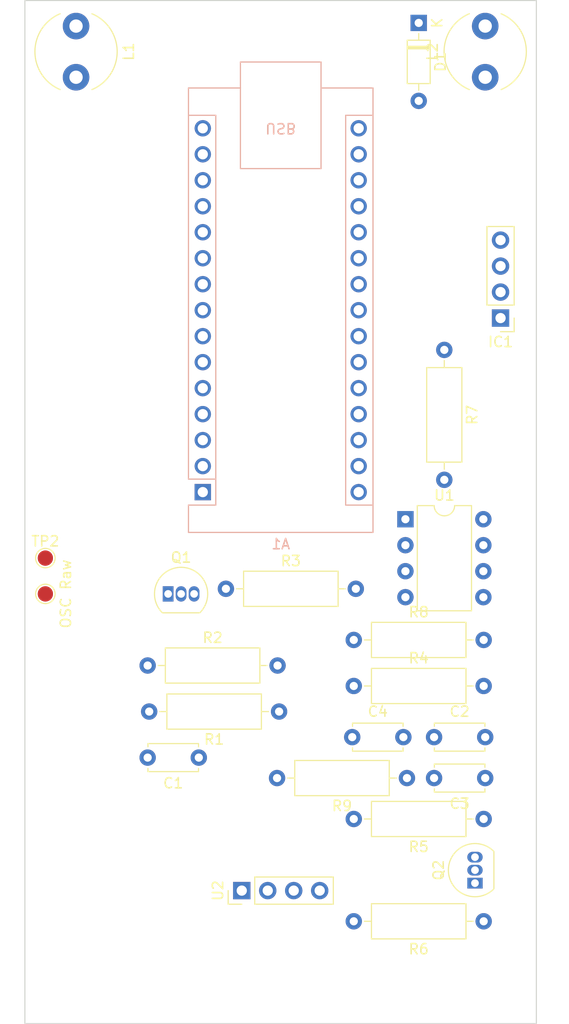
<source format=kicad_pcb>
(kicad_pcb (version 20211014) (generator pcbnew)
  (layers (0 "F.Cu" signal) (31 "B.Cu" signal) (34 "B.Paste" user) (35 "F.Paste" user) (36 "B.SilkS" user "B.Silkscreen") (37 "F.SilkS" user "F.Silkscreen") (38 "B.Mask" user) (39 "F.Mask" user) (44 "Edge.Cuts" user))
  (net 0 "")
  (net 2 "Net-(C1-Pad2)")
  (net 3 "GND")
  (net 7 "digital_clock")
  (net 9 "Net-(Q1-Pad2)")
  (net 25 "SDA")
  (net 26 "SCL")
  (net 31 "+5V")
  (net 32 "Net-(C1-Pad1)")
  (net 33 "Net-(C2-Pad2)")
  (net 34 "Net-(C3-Pad2)")
  (net 35 "Fork_Out")
  (net 36 "Net-(D1-Pad1)")
  (net 37 "Net-(D1-Pad2)")
  (net 38 "Net-(Q2-Pad2)")
  (net 41 "Net-(U1-Pad6)")
  (footprint "Resistor_THT:R_Axial_DIN0309_L9.0mm_D3.2mm_P12.70mm_Horizontal" (layer "F.Cu") (at 172.35 121 180)
    (fp_text reference "R9" (at 6.35 -2.72) (layer "F.SilkS"))
    (fp_text value "100k")
    (fp_line (start 1.04 0) (end 1.73 0) (layer "F.SilkS") (width 0.12))
    (fp_line (start 1.73 1.72) (end 10.97 1.72) (layer "F.SilkS") (width 0.12))
    (fp_line (start 10.97 1.72) (end 10.97 -1.72) (layer "F.SilkS") (width 0.12))
    (fp_line (start 11.66 0) (end 10.97 0) (layer "F.SilkS") (width 0.12))
    (fp_line (start 1.73 -1.72) (end 1.73 1.72) (layer "F.SilkS") (width 0.12))
    (fp_line (start 10.97 -1.72) (end 1.73 -1.72) (layer "F.SilkS") (width 0.12))
    (pad "1" thru_hole circle (at 0 0 180) (size 1.6 1.6) (drill 0.8) (layers *.Cu *.Mask) (net 41 "Net-(U1-Pad6)"))
    (pad "2" thru_hole oval (at 12.7 0 180) (size 1.6 1.6) (drill 0.8) (layers *.Cu *.Mask) (net 3 "GND"))
  )
  (footprint "Capacitor_THT:C_Disc_D4.7mm_W2.5mm_P5.00mm" (layer "F.Cu") (at 167 117)
    (fp_text reference "C4" (at 2.5 -2.5) (layer "F.SilkS"))
    (fp_text value "100n")
    (fp_line (start 4.97 -1.37) (end 4.97 -1.055) (layer "F.SilkS") (width 0.12))
    (fp_line (start 0.03 -1.37) (end 0.03 -1.055) (layer "F.SilkS") (width 0.12))
    (fp_line (start 0.03 -1.37) (end 4.97 -1.37) (layer "F.SilkS") (width 0.12))
    (fp_line (start 0.03 1.37) (end 4.97 1.37) (layer "F.SilkS") (width 0.12))
    (fp_line (start 0.03 1.055) (end 0.03 1.37) (layer "F.SilkS") (width 0.12))
    (fp_line (start 4.97 1.055) (end 4.97 1.37) (layer "F.SilkS") (width 0.12))
    (pad "1" thru_hole circle (at 0 0) (size 1.6 1.6) (drill 0.8) (layers *.Cu *.Mask) (net 35 "Fork_Out"))
    (pad "2" thru_hole circle (at 5 0) (size 1.6 1.6) (drill 0.8) (layers *.Cu *.Mask) (net 41 "Net-(U1-Pad6)"))
  )
  (footprint "Package_TO_SOT_THT:TO-92_Inline" (layer "F.Cu") (at 179 131.27 90)
    (fp_text reference "Q2" (at 1.27 -3.56 90) (layer "F.SilkS"))
    (fp_text value "BC547")
    (fp_line (start -0.53 1.85) (end 3.07 1.85) (layer "F.SilkS") (width 0.12))
    (fp_arc (start -0.568478 1.838478) (mid -1.132087 -0.994977) (end 1.27 -2.6) (layer "F.SilkS") (width 0.12))
    (fp_arc (start 1.27 -2.6) (mid 3.672087 -0.994977) (end 3.108478 1.838478) (layer "F.SilkS") (width 0.12))
    (pad "1" thru_hole rect (at 0 0 90) (size 1.05 1.5) (drill 0.75) (layers *.Cu *.Mask) (net 37 "Net-(D1-Pad2)"))
    (pad "2" thru_hole oval (at 1.27 0 90) (size 1.05 1.5) (drill 0.75) (layers *.Cu *.Mask) (net 38 "Net-(Q2-Pad2)"))
    (pad "3" thru_hole oval (at 2.54 0 90) (size 1.05 1.5) (drill 0.75) (layers *.Cu *.Mask) (net 3 "GND"))
  )
  (footprint "Resistor_THT:R_Axial_DIN0309_L9.0mm_D3.2mm_P12.70mm_Horizontal" (layer "F.Cu") (at 159.85 114.5 180)
    (fp_text reference "R1" (at 6.35 -2.72) (layer "F.SilkS"))
    (fp_text value "1k")
    (fp_line (start 10.97 1.72) (end 10.97 -1.72) (layer "F.SilkS") (width 0.12))
    (fp_line (start 1.73 -1.72) (end 1.73 1.72) (layer "F.SilkS") (width 0.12))
    (fp_line (start 11.66 0) (end 10.97 0) (layer "F.SilkS") (width 0.12))
    (fp_line (start 1.04 0) (end 1.73 0) (layer "F.SilkS") (width 0.12))
    (fp_line (start 1.73 1.72) (end 10.97 1.72) (layer "F.SilkS") (width 0.12))
    (fp_line (start 10.97 -1.72) (end 1.73 -1.72) (layer "F.SilkS") (width 0.12))
    (pad "1" thru_hole circle (at 0 0 180) (size 1.6 1.6) (drill 0.8) (layers *.Cu *.Mask) (net 32 "Net-(C1-Pad1)"))
    (pad "2" thru_hole oval (at 12.7 0 180) (size 1.6 1.6) (drill 0.8) (layers *.Cu *.Mask) (net 9 "Net-(Q1-Pad2)"))
  )
  (footprint "TestPoint:TestPoint_Pad_D1.5mm" (layer "F.Cu") (at 137 99.5)
    (fp_text reference "TP2" (at 0 -1.648) (layer "F.SilkS"))
    (fp_text value "OSC_Digital")
    (fp_circle (center 0 0) (end 0 0.95) (layer "F.SilkS") (width 0.12) (fill none))
    (pad "1" smd circle (at 0 0) (size 1.5 1.5) (layers "F.Cu" "F.Mask") (net 7 "digital_clock"))
  )
  (footprint "Package_DIP:DIP-8_W7.62mm" (layer "F.Cu") (at 172.2 95.7)
    (fp_text reference "U1" (at 3.81 -2.33) (layer "F.SilkS"))
    (fp_text value "NE555P")
    (fp_line (start 6.46 -1.33) (end 4.81 -1.33) (layer "F.SilkS") (width 0.12))
    (fp_line (start 1.16 8.95) (end 6.46 8.95) (layer "F.SilkS") (width 0.12))
    (fp_line (start 6.46 8.95) (end 6.46 -1.33) (layer "F.SilkS") (width 0.12))
    (fp_line (start 1.16 -1.33) (end 1.16 8.95) (layer "F.SilkS") (width 0.12))
    (fp_line (start 2.81 -1.33) (end 1.16 -1.33) (layer "F.SilkS") (width 0.12))
    (fp_arc (start 4.81 -1.33) (mid 3.81 -0.33) (end 2.81 -1.33) (layer "F.SilkS") (width 0.12))
    (pad "1" thru_hole rect (at 0 0) (size 1.6 1.6) (drill 0.8) (layers *.Cu *.Mask) (net 3 "GND"))
    (pad "2" thru_hole oval (at 0 2.54) (size 1.6 1.6) (drill 0.8) (layers *.Cu *.Mask) (net 41 "Net-(U1-Pad6)"))
    (pad "3" thru_hole oval (at 0 5.08) (size 1.6 1.6) (drill 0.8) (layers *.Cu *.Mask) (net 7 "digital_clock"))
    (pad "4" thru_hole oval (at 0 7.62) (size 1.6 1.6) (drill 0.8) (layers *.Cu *.Mask) (net 31 "+5V"))
    (pad "5" thru_hole oval (at 7.62 7.62) (size 1.6 1.6) (drill 0.8) (layers *.Cu *.Mask))
    (pad "6" thru_hole oval (at 7.62 5.08) (size 1.6 1.6) (drill 0.8) (layers *.Cu *.Mask) (net 41 "Net-(U1-Pad6)"))
    (pad "7" thru_hole oval (at 7.62 2.54) (size 1.6 1.6) (drill 0.8) (layers *.Cu *.Mask))
    (pad "8" thru_hole oval (at 7.62 0) (size 1.6 1.6) (drill 0.8) (layers *.Cu *.Mask) (net 31 "+5V"))
  )
  (footprint "Capacitor_THT:C_Disc_D4.7mm_W2.5mm_P5.00mm" (layer "F.Cu") (at 180 121 180)
    (fp_text reference "C3" (at 2.5 -2.5) (layer "F.SilkS"))
    (fp_text value "47n")
    (fp_line (start 0.03 1.055) (end 0.03 1.37) (layer "F.SilkS") (width 0.12))
    (fp_line (start 4.97 -1.37) (end 4.97 -1.055) (layer "F.SilkS") (width 0.12))
    (fp_line (start 0.03 -1.37) (end 4.97 -1.37) (layer "F.SilkS") (width 0.12))
    (fp_line (start 0.03 -1.37) (end 0.03 -1.055) (layer "F.SilkS") (width 0.12))
    (fp_line (start 4.97 1.055) (end 4.97 1.37) (layer "F.SilkS") (width 0.12))
    (fp_line (start 0.03 1.37) (end 4.97 1.37) (layer "F.SilkS") (width 0.12))
    (pad "1" thru_hole circle (at 0 0 180) (size 1.6 1.6) (drill 0.8) (layers *.Cu *.Mask) (net 33 "Net-(C2-Pad2)"))
    (pad "2" thru_hole circle (at 5 0 180) (size 1.6 1.6) (drill 0.8) (layers *.Cu *.Mask) (net 34 "Net-(C3-Pad2)"))
  )
  (footprint "Resistor_THT:R_Axial_DIN0309_L9.0mm_D3.2mm_P12.70mm_Horizontal" (layer "F.Cu") (at 167.15 107.5)
    (fp_text reference "R8" (at 6.35 -2.72) (layer "F.SilkS"))
    (fp_text value "100k")
    (fp_line (start 1.73 -1.72) (end 1.73 1.72) (layer "F.SilkS") (width 0.12))
    (fp_line (start 1.04 0) (end 1.73 0) (layer "F.SilkS") (width 0.12))
    (fp_line (start 10.97 -1.72) (end 1.73 -1.72) (layer "F.SilkS") (width 0.12))
    (fp_line (start 1.73 1.72) (end 10.97 1.72) (layer "F.SilkS") (width 0.12))
    (fp_line (start 10.97 1.72) (end 10.97 -1.72) (layer "F.SilkS") (width 0.12))
    (fp_line (start 11.66 0) (end 10.97 0) (layer "F.SilkS") (width 0.12))
    (pad "1" thru_hole circle (at 0 0) (size 1.6 1.6) (drill 0.8) (layers *.Cu *.Mask) (net 31 "+5V"))
    (pad "2" thru_hole oval (at 12.7 0) (size 1.6 1.6) (drill 0.8) (layers *.Cu *.Mask) (net 41 "Net-(U1-Pad6)"))
  )
  (footprint "Resistor_THT:R_Axial_DIN0309_L9.0mm_D3.2mm_P12.70mm_Horizontal" (layer "F.Cu") (at 154.65 102.5)
    (fp_text reference "R3" (at 6.35 -2.72) (layer "F.SilkS"))
    (fp_text value "4.7k")
    (fp_line (start 10.97 1.72) (end 10.97 -1.72) (layer "F.SilkS") (width 0.12))
    (fp_line (start 11.66 0) (end 10.97 0) (layer "F.SilkS") (width 0.12))
    (fp_line (start 1.04 0) (end 1.73 0) (layer "F.SilkS") (width 0.12))
    (fp_line (start 1.73 1.72) (end 10.97 1.72) (layer "F.SilkS") (width 0.12))
    (fp_line (start 10.97 -1.72) (end 1.73 -1.72) (layer "F.SilkS") (width 0.12))
    (fp_line (start 1.73 -1.72) (end 1.73 1.72) (layer "F.SilkS") (width 0.12))
    (pad "1" thru_hole circle (at 0 0) (size 1.6 1.6) (drill 0.8) (layers *.Cu *.Mask) (net 35 "Fork_Out"))
    (pad "2" thru_hole oval (at 12.7 0) (size 1.6 1.6) (drill 0.8) (layers *.Cu *.Mask) (net 31 "+5V"))
  )
  (footprint "TestPoint:TestPoint_Pad_D1.5mm" (layer "F.Cu") (at 137 103)
    (fp_text reference "TP1" hide)
    (fp_text value "OSC Raw" (at 2 0 90) (layer "F.SilkS"))
    (fp_circle (center 0 0) (end 0 0.95) (layer "F.SilkS") (width 0.12) (fill none))
    (pad "1" smd circle (at 0 0) (size 1.5 1.5) (layers "F.Cu" "F.Mask") (net 35 "Fork_Out"))
  )
  (footprint "Resistor_THT:R_Axial_DIN0309_L9.0mm_D3.2mm_P12.70mm_Horizontal" (layer "F.Cu") (at 179.85 125 180)
    (fp_text reference "R5" (at 6.35 -2.72) (layer "F.SilkS"))
    (fp_text value "10k")
    (fp_line (start 1.04 0) (end 1.73 0) (layer "F.SilkS") (width 0.12))
    (fp_line (start 10.97 1.72) (end 10.97 -1.72) (layer "F.SilkS") (width 0.12))
    (fp_line (start 1.73 1.72) (end 10.97 1.72) (layer "F.SilkS") (width 0.12))
    (fp_line (start 10.97 -1.72) (end 1.73 -1.72) (layer "F.SilkS") (width 0.12))
    (fp_line (start 11.66 0) (end 10.97 0) (layer "F.SilkS") (width 0.12))
    (fp_line (start 1.73 -1.72) (end 1.73 1.72) (layer "F.SilkS") (width 0.12))
    (pad "1" thru_hole circle (at 0 0 180) (size 1.6 1.6) (drill 0.8) (layers *.Cu *.Mask) (net 34 "Net-(C3-Pad2)"))
    (pad "2" thru_hole oval (at 12.7 0 180) (size 1.6 1.6) (drill 0.8) (layers *.Cu *.Mask) (net 38 "Net-(Q2-Pad2)"))
  )
  (footprint "Resistor_THT:R_Axial_DIN0309_L9.0mm_D3.2mm_P12.70mm_Horizontal" (layer "F.Cu") (at 147 110)
    (fp_text reference "R2" (at 6.35 -2.72) (layer "F.SilkS"))
    (fp_text value "1M")
    (fp_line (start 10.97 1.72) (end 10.97 -1.72) (layer "F.SilkS") (width 0.12))
    (fp_line (start 1.73 -1.72) (end 1.73 1.72) (layer "F.SilkS") (width 0.12))
    (fp_line (start 11.66 0) (end 10.97 0) (layer "F.SilkS") (width 0.12))
    (fp_line (start 1.73 1.72) (end 10.97 1.72) (layer "F.SilkS") (width 0.12))
    (fp_line (start 1.04 0) (end 1.73 0) (layer "F.SilkS") (width 0.12))
    (fp_line (start 10.97 -1.72) (end 1.73 -1.72) (layer "F.SilkS") (width 0.12))
    (pad "1" thru_hole circle (at 0 0) (size 1.6 1.6) (drill 0.8) (layers *.Cu *.Mask) (net 9 "Net-(Q1-Pad2)"))
    (pad "2" thru_hole oval (at 12.7 0) (size 1.6 1.6) (drill 0.8) (layers *.Cu *.Mask) (net 35 "Fork_Out"))
  )
  (footprint "Capacitor_THT:C_Disc_D4.7mm_W2.5mm_P5.00mm" (layer "F.Cu") (at 152 119 180)
    (fp_text reference "C1" (at 2.5 -2.5) (layer "F.SilkS"))
    (fp_text value "100n")
    (fp_line (start 0.03 1.055) (end 0.03 1.37) (layer "F.SilkS") (width 0.12))
    (fp_line (start 0.03 1.37) (end 4.97 1.37) (layer "F.SilkS") (width 0.12))
    (fp_line (start 4.97 1.055) (end 4.97 1.37) (layer "F.SilkS") (width 0.12))
    (fp_line (start 4.97 -1.37) (end 4.97 -1.055) (layer "F.SilkS") (width 0.12))
    (fp_line (start 0.03 -1.37) (end 0.03 -1.055) (layer "F.SilkS") (width 0.12))
    (fp_line (start 0.03 -1.37) (end 4.97 -1.37) (layer "F.SilkS") (width 0.12))
    (pad "1" thru_hole circle (at 0 0 180) (size 1.6 1.6) (drill 0.8) (layers *.Cu *.Mask) (net 32 "Net-(C1-Pad1)"))
    (pad "2" thru_hole circle (at 5 0 180) (size 1.6 1.6) (drill 0.8) (layers *.Cu *.Mask) (net 2 "Net-(C1-Pad2)"))
  )
  (footprint "Resistor_THT:R_Axial_DIN0309_L9.0mm_D3.2mm_P12.70mm_Horizontal" (layer "F.Cu") (at 176 79.15 -90)
    (fp_text reference "R7" (at 6.35 -2.72 90) (layer "F.SilkS"))
    (fp_text value "1k")
    (fp_line (start 10.97 -1.72) (end 1.73 -1.72) (layer "F.SilkS") (width 0.12))
    (fp_line (start 1.73 -1.72) (end 1.73 1.72) (layer "F.SilkS") (width 0.12))
    (fp_line (start 11.66 0) (end 10.97 0) (layer "F.SilkS") (width 0.12))
    (fp_line (start 1.73 1.72) (end 10.97 1.72) (layer "F.SilkS") (width 0.12))
    (fp_line (start 10.97 1.72) (end 10.97 -1.72) (layer "F.SilkS") (width 0.12))
    (fp_line (start 1.04 0) (end 1.73 0) (layer "F.SilkS") (width 0.12))
    (pad "1" thru_hole circle (at 0 0 270) (size 1.6 1.6) (drill 0.8) (layers *.Cu *.Mask) (net 36 "Net-(D1-Pad1)"))
    (pad "2" thru_hole oval (at 12.7 0 270) (size 1.6 1.6) (drill 0.8) (layers *.Cu *.Mask) (net 31 "+5V"))
  )
  (footprint "Resistor_THT:R_Axial_DIN0309_L9.0mm_D3.2mm_P12.70mm_Horizontal" (layer "F.Cu") (at 167.15 112)
    (fp_text reference "R4" (at 6.35 -2.72) (layer "F.SilkS"))
    (fp_text value "10k")
    (fp_line (start 11.66 0) (end 10.97 0) (layer "F.SilkS") (width 0.12))
    (fp_line (start 10.97 1.72) (end 10.97 -1.72) (layer "F.SilkS") (width 0.12))
    (fp_line (start 1.73 -1.72) (end 1.73 1.72) (layer "F.SilkS") (width 0.12))
    (fp_line (start 1.04 0) (end 1.73 0) (layer "F.SilkS") (width 0.12))
    (fp_line (start 10.97 -1.72) (end 1.73 -1.72) (layer "F.SilkS") (width 0.12))
    (fp_line (start 1.73 1.72) (end 10.97 1.72) (layer "F.SilkS") (width 0.12))
    (pad "1" thru_hole circle (at 0 0) (size 1.6 1.6) (drill 0.8) (layers *.Cu *.Mask) (net 35 "Fork_Out"))
    (pad "2" thru_hole oval (at 12.7 0) (size 1.6 1.6) (drill 0.8) (layers *.Cu *.Mask) (net 33 "Net-(C2-Pad2)"))
  )
  (footprint "Inductor_THT:L_Radial_D7.8mm_P5.00mm_Fastron_07HCP" (layer "F.Cu") (at 140 47.5 -90)
    (fp_text reference "L1" (at 2.5 -5.15 90) (layer "F.SilkS"))
    (fp_text value "22mH")
    (fp_arc (start 6.20497 1.56) (mid 2.5 4.02) (end -1.20497 1.56) (layer "F.SilkS") (width 0.12))
    (fp_arc (start -1.20497 -1.56) (mid 2.5 -4.02) (end 6.20497 -1.56) (layer "F.SilkS") (width 0.12))
    (pad "1" thru_hole circle locked (at 0 0 270) (size 2.6 2.6) (drill 1.3) (layers *.Cu *.Mask) (net 2 "Net-(C1-Pad2)"))
    (pad "2" thru_hole circle locked (at 5 0 270) (size 2.6 2.6) (drill 1.3) (layers *.Cu *.Mask) (net 3 "GND"))
  )
  (footprint "Connector_PinHeader_2.54mm:PinHeader_1x04_P2.54mm_Vertical" (layer "F.Cu") (at 156.2 132 90)
    (fp_text reference "U2" (at 0 -2.33 90) (layer "F.SilkS"))
    (fp_text value "DS3231_breakout")
    (fp_line (start -1.33 1.27) (end -1.33 8.95) (layer "F.SilkS") (width 0.12))
    (fp_line (start -1.33 0) (end -1.33 -1.33) (layer "F.SilkS") (width 0.12))
    (fp_line (start -1.33 8.95) (end 1.33 8.95) (layer "F.SilkS") (width 0.12))
    (fp_line (start -1.33 -1.33) (end 0 -1.33) (layer "F.SilkS") (width 0.12))
    (fp_line (start -1.33 1.27) (end 1.33 1.27) (layer "F.SilkS") (width 0.12))
    (fp_line (start 1.33 1.27) (end 1.33 8.95) (layer "F.SilkS") (width 0.12))
    (pad "1" thru_hole rect locked (at 0 0 90) (size 1.7 1.7) (drill 1) (layers *.Cu *.Mask) (net 3 "GND"))
    (pad "2" thru_hole oval locked (at 0 2.54 90) (size 1.7 1.7) (drill 1) (layers *.Cu *.Mask) (net 31 "+5V"))
    (pad "3" thru_hole oval locked (at 0 5.08 90) (size 1.7 1.7) (drill 1) (layers *.Cu *.Mask) (net 25 "SDA"))
    (pad "4" thru_hole oval locked (at 0 7.62 90) (size 1.7 1.7) (drill 1) (layers *.Cu *.Mask) (net 26 "SCL"))
  )
  (footprint "Diode_THT:D_DO-35_SOD27_P7.62mm_Horizontal" (layer "F.Cu") (at 173.5 47.19 -90)
    (fp_text reference "D1" (at 3.81 -2.12 90) (layer "F.SilkS"))
    (fp_text value "1N4148")
    (fp_text user "K" (at 0 -1.8 90) (layer "F.SilkS"))
    (fp_line (start 6.58 0) (end 5.93 0) (layer "F.SilkS") (width 0.12))
    (fp_line (start 2.53 -1.12) (end 2.53 1.12) (layer "F.SilkS") (width 0.12))
    (fp_line (start 5.93 -1.12) (end 1.69 -1.12) (layer "F.SilkS") (width 0.12))
    (fp_line (start 1.04 0) (end 1.69 0) (layer "F.SilkS") (width 0.12))
    (fp_line (start 1.69 -1.12) (end 1.69 1.12) (layer "F.SilkS") (width 0.12))
    (fp_line (start 5.93 1.12) (end 5.93 -1.12) (layer "F.SilkS") (width 0.12))
    (fp_line (start 2.41 -1.12) (end 2.41 1.12) (layer "F.SilkS") (width 0.12))
    (fp_line (start 2.29 -1.12) (end 2.29 1.12) (layer "F.SilkS") (width 0.12))
    (fp_line (start 1.69 1.12) (end 5.93 1.12) (layer "F.SilkS") (width 0.12))
    (pad "1" thru_hole rect (at 0 0 270) (size 1.6 1.6) (drill 0.8) (layers *.Cu *.Mask) (net 36 "Net-(D1-Pad1)"))
    (pad "2" thru_hole oval (at 7.62 0 270) (size 1.6 1.6) (drill 0.8) (layers *.Cu *.Mask) (net 37 "Net-(D1-Pad2)"))
  )
  (footprint "Capacitor_THT:C_Disc_D4.7mm_W2.5mm_P5.00mm" (layer "F.Cu") (at 175 117)
    (fp_text reference "C2" (at 2.5 -2.5) (layer "F.SilkS"))
    (fp_text value "47n")
    (fp_line (start 4.97 -1.37) (end 4.97 -1.055) (layer "F.SilkS") (width 0.12))
    (fp_line (start 0.03 1.37) (end 4.97 1.37) (layer "F.SilkS") (width 0.12))
    (fp_line (start 0.03 -1.37) (end 0.03 -1.055) (layer "F.SilkS") (width 0.12))
    (fp_line (start 0.03 -1.37) (end 4.97 -1.37) (layer "F.SilkS") (width 0.12))
    (fp_line (start 4.97 1.055) (end 4.97 1.37) (layer "F.SilkS") (width 0.12))
    (fp_line (start 0.03 1.055) (end 0.03 1.37) (layer "F.SilkS") (width 0.12))
    (pad "1" thru_hole circle (at 0 0) (size 1.6 1.6) (drill 0.8) (layers *.Cu *.Mask) (net 3 "GND"))
    (pad "2" thru_hole circle (at 5 0) (size 1.6 1.6) (drill 0.8) (layers *.Cu *.Mask) (net 33 "Net-(C2-Pad2)"))
  )
  (footprint "Resistor_THT:R_Axial_DIN0309_L9.0mm_D3.2mm_P12.70mm_Horizontal" (layer "F.Cu") (at 179.85 135 180)
    (fp_text reference "R6" (at 6.35 -2.72) (layer "F.SilkS"))
    (fp_text value "1M")
    (fp_line (start 10.97 -1.72) (end 1.73 -1.72) (layer "F.SilkS") (width 0.12))
    (fp_line (start 1.73 -1.72) (end 1.73 1.72) (layer "F.SilkS") (width 0.12))
    (fp_line (start 10.97 1.72) (end 10.97 -1.72) (layer "F.SilkS") (width 0.12))
    (fp_line (start 1.73 1.72) (end 10.97 1.72) (layer "F.SilkS") (width 0.12))
    (fp_line (start 1.04 0) (end 1.73 0) (layer "F.SilkS") (width 0.12))
    (fp_line (start 11.66 0) (end 10.97 0) (layer "F.SilkS") (width 0.12))
    (pad "1" thru_hole circle (at 0 0 180) (size 1.6 1.6) (drill 0.8) (layers *.Cu *.Mask) (net 38 "Net-(Q2-Pad2)"))
    (pad "2" thru_hole oval (at 12.7 0 180) (size 1.6 1.6) (drill 0.8) (layers *.Cu *.Mask) (net 37 "Net-(D1-Pad2)"))
  )
  (footprint "Package_TO_SOT_THT:TO-92_Inline" (layer "F.Cu") (at 149 103)
    (fp_text reference "Q1" (at 1.27 -3.56) (layer "F.SilkS"))
    (fp_text value "BC547")
    (fp_line (start -0.53 1.85) (end 3.07 1.85) (layer "F.SilkS") (width 0.12))
    (fp_arc (start 1.27 -2.6) (mid 3.672087 -0.994977) (end 3.108478 1.838478) (layer "F.SilkS") (width 0.12))
    (fp_arc (start -0.568478 1.838478) (mid -1.132087 -0.994977) (end 1.27 -2.6) (layer "F.SilkS") (width 0.12))
    (pad "1" thru_hole rect (at 0 0) (size 1.05 1.5) (drill 0.75) (layers *.Cu *.Mask) (net 35 "Fork_Out"))
    (pad "2" thru_hole oval (at 1.27 0) (size 1.05 1.5) (drill 0.75) (layers *.Cu *.Mask) (net 9 "Net-(Q1-Pad2)"))
    (pad "3" thru_hole oval (at 2.54 0) (size 1.05 1.5) (drill 0.75) (layers *.Cu *.Mask) (net 3 "GND"))
  )
  (footprint "Inductor_THT:L_Radial_D7.8mm_P5.00mm_Fastron_07HCP" (layer "F.Cu") (at 180 52.5 90)
    (fp_text reference "L2" (at 2.5 -5.15 90) (layer "F.SilkS"))
    (fp_text value "22mH")
    (fp_arc (start -1.20497 -1.56) (mid 2.5 -4.02) (end 6.20497 -1.56) (layer "F.SilkS") (width 0.12))
    (fp_arc (start 6.20497 1.56) (mid 2.5 4.02) (end -1.20497 1.56) (layer "F.SilkS") (width 0.12))
    (pad "1" thru_hole circle locked (at 0 0 90) (size 2.6 2.6) (drill 1.3) (layers *.Cu *.Mask) (net 37 "Net-(D1-Pad2)"))
    (pad "2" thru_hole circle locked (at 5 0 90) (size 2.6 2.6) (drill 1.3) (layers *.Cu *.Mask) (net 36 "Net-(D1-Pad1)"))
  )
  (footprint "Connector_PinHeader_2.54mm:PinHeader_1x04_P2.54mm_Vertical" (layer "F.Cu") (at 181.5 76.04 180)
    (fp_text reference "IC1" (at 0 -2.33) (layer "F.SilkS"))
    (fp_text value "BME280_breakout")
    (fp_line (start -1.33 1.27) (end -1.33 8.95) (layer "F.SilkS") (width 0.12))
    (fp_line (start -1.33 1.27) (end 1.33 1.27) (layer "F.SilkS") (width 0.12))
    (fp_line (start -1.33 -1.33) (end 0 -1.33) (layer "F.SilkS") (width 0.12))
    (fp_line (start 1.33 1.27) (end 1.33 8.95) (layer "F.SilkS") (width 0.12))
    (fp_line (start -1.33 0) (end -1.33 -1.33) (layer "F.SilkS") (width 0.12))
    (fp_line (start -1.33 8.95) (end 1.33 8.95) (layer "F.SilkS") (width 0.12))
    (pad "1" thru_hole rect (at 0 0 180) (size 1.7 1.7) (drill 1) (layers *.Cu *.Mask) (net 31 "+5V"))
    (pad "2" thru_hole oval (at 0 2.54 180) (size 1.7 1.7) (drill 1) (layers *.Cu *.Mask) (net 3 "GND"))
    (pad "3" thru_hole oval (at 0 5.08 180) (size 1.7 1.7) (drill 1) (layers *.Cu *.Mask) (net 26 "SCL"))
    (pad "4" thru_hole oval (at 0 7.62 180) (size 1.7 1.7) (drill 1) (layers *.Cu *.Mask) (net 25 "SDA"))
  )
  (footprint "Module:Arduino_Nano" (layer "B.Cu") (at 152.39 93.05)
    (fp_text reference "A1" (at 7.62 5.08) (layer "B.SilkS") (effects (justify mirror)))
    (fp_text value "Arduino_Nano_v3.x")
    (fp_text user "USB" (at 7.62 -35.56 180 unlocked) (layer "B.SilkS") (effects (justify mirror)))
    (fp_line (start 13.97 1.27) (end 16.64 1.27) (layer "B.SilkS") (width 0.12))
    (fp_line (start 1.27 -1.27) (end -1.4 -1.27) (layer "B.SilkS") (width 0.12))
    (fp_line (start 13.97 -36.83) (end 16.64 -36.83) (layer "B.SilkS") (width 0.12))
    (fp_line (start 16.64 -39.5) (end 16.64 3.94) (layer "B.SilkS") (width 0.12))
    (fp_line (start 11.56 -42.04) (end 3.68 -42.04) (layer "B.SilkS") (width 0.12))
    (fp_line (start 3.68 -31.62) (end 11.56 -31.62) (layer "B.SilkS") (width 0.12))
    (fp_line (start -1.4 3.94) (end -1.4 1.27) (layer "B.SilkS") (width 0.12))
    (fp_line (start 1.27 -1.27) (end 1.27 -36.83) (layer "B.SilkS") (width 0.12))
    (fp_line (start 1.27 1.27) (end -1.4 1.27) (layer "B.SilkS") (width 0.12))
    (fp_line (start 16.64 3.94) (end -1.4 3.94) (layer "B.SilkS") (width 0.12))
    (fp_line (start 13.97 1.27) (end 13.97 -36.83) (layer "B.SilkS") (width 0.12))
    (fp_line (start 11.56 -31.62) (end 11.56 -42.04) (layer "B.SilkS") (width 0.12))
    (fp_line (start 3.68 -42.04) (end 3.68 -31.62) (layer "B.SilkS") (width 0.12))
    (fp_line (start 16.64 -39.5) (end 11.56 -39.5) (layer "B.SilkS") (width 0.12))
    (fp_line (start 1.27 -1.27) (end 1.27 1.27) (layer "B.SilkS") (width 0.12))
    (fp_line (start -1.4 -39.5) (end 3.68 -39.5) (layer "B.SilkS") (width 0.12))
    (fp_line (start -1.4 -1.27) (end -1.4 -39.5) (layer "B.SilkS") (width 0.12))
    (fp_line (start 1.27 -36.83) (end -1.4 -36.83) (layer "B.SilkS") (width 0.12))
    (pad "1" thru_hole rect locked (at 0 0) (size 1.6 1.6) (drill 1) (layers *.Cu *.Mask))
    (pad "2" thru_hole oval locked (at 0 -2.54) (size 1.6 1.6) (drill 1) (layers *.Cu *.Mask))
    (pad "3" thru_hole oval locked (at 0 -5.08) (size 1.6 1.6) (drill 1) (layers *.Cu *.Mask))
    (pad "4" thru_hole oval locked (at 0 -7.62) (size 1.6 1.6) (drill 1) (layers *.Cu *.Mask) (net 3 "GND"))
    (pad "5" thru_hole oval locked (at 0 -10.16) (size 1.6 1.6) (drill 1) (layers *.Cu *.Mask))
    (pad "6" thru_hole oval locked (at 0 -12.7) (size 1.6 1.6) (drill 1) (layers *.Cu *.Mask) (net 7 "digital_clock"))
    (pad "7" thru_hole oval locked (at 0 -15.24) (size 1.6 1.6) (drill 1) (layers *.Cu *.Mask))
    (pad "8" thru_hole oval locked (at 0 -17.78) (size 1.6 1.6) (drill 1) (layers *.Cu *.Mask))
    (pad "9" thru_hole oval locked (at 0 -20.32) (size 1.6 1.6) (drill 1) (layers *.Cu *.Mask))
    (pad "10" thru_hole oval locked (at 0 -22.86) (size 1.6 1.6) (drill 1) (layers *.Cu *.Mask))
    (pad "11" thru_hole oval locked (at 0 -25.4) (size 1.6 1.6) (drill 1) (layers *.Cu *.Mask))
    (pad "12" thru_hole oval locked (at 0 -27.94) (size 1.6 1.6) (drill 1) (layers *.Cu *.Mask))
    (pad "13" thru_hole oval locked (at 0 -30.48) (size 1.6 1.6) (drill 1) (layers *.Cu *.Mask))
    (pad "14" thru_hole oval locked (at 0 -33.02) (size 1.6 1.6) (drill 1) (layers *.Cu *.Mask))
    (pad "15" thru_hole oval locked (at 0 -35.56) (size 1.6 1.6) (drill 1) (layers *.Cu *.Mask))
    (pad "16" thru_hole oval locked (at 15.24 -35.56) (size 1.6 1.6) (drill 1) (layers *.Cu *.Mask))
    (pad "17" thru_hole oval locked (at 15.24 -33.02) (size 1.6 1.6) (drill 1) (layers *.Cu *.Mask))
    (pad "18" thru_hole oval locked (at 15.24 -30.48) (size 1.6 1.6) (drill 1) (layers *.Cu *.Mask))
    (pad "19" thru_hole oval locked (at 15.24 -27.94) (size 1.6 1.6) (drill 1) (layers *.Cu *.Mask))
    (pad "20" thru_hole oval locked (at 15.24 -25.4) (size 1.6 1.6) (drill 1) (layers *.Cu *.Mask))
    (pad "21" thru_hole oval locked (at 15.24 -22.86) (size 1.6 1.6) (drill 1) (layers *.Cu *.Mask))
    (pad "22" thru_hole oval locked (at 15.24 -20.32) (size 1.6 1.6) (drill 1) (layers *.Cu *.Mask))
    (pad "23" thru_hole oval locked (at 15.24 -17.78) (size 1.6 1.6) (drill 1) (layers *.Cu *.Mask) (net 25 "SDA"))
    (pad "24" thru_hole oval locked (at 15.24 -15.24) (size 1.6 1.6) (drill 1) (layers *.Cu *.Mask) (net 26 "SCL"))
    (pad "25" thru_hole oval locked (at 15.24 -12.7) (size 1.6 1.6) (drill 1) (layers *.Cu *.Mask))
    (pad "26" thru_hole oval locked (at 15.24 -10.16) (size 1.6 1.6) (drill 1) (layers *.Cu *.Mask))
    (pad "27" thru_hole oval locked (at 15.24 -7.62) (size 1.6 1.6) (drill 1) (layers *.Cu *.Mask))
    (pad "28" thru_hole oval locked (at 15.24 -5.08) (size 1.6 1.6) (drill 1) (layers *.Cu *.Mask))
    (pad "29" thru_hole oval locked (at 15.24 -2.54) (size 1.6 1.6) (drill 1) (layers *.Cu *.Mask) (net 3 "GND"))
    (pad "30" thru_hole oval locked (at 15.24 0) (size 1.6 1.6) (drill 1) (layers *.Cu *.Mask) (net 31 "+5V"))
  )
  (gr_rect locked (start 135 45) (end 185 145) (layer "Edge.Cuts") (width 0.1) (fill none))
)
</source>
